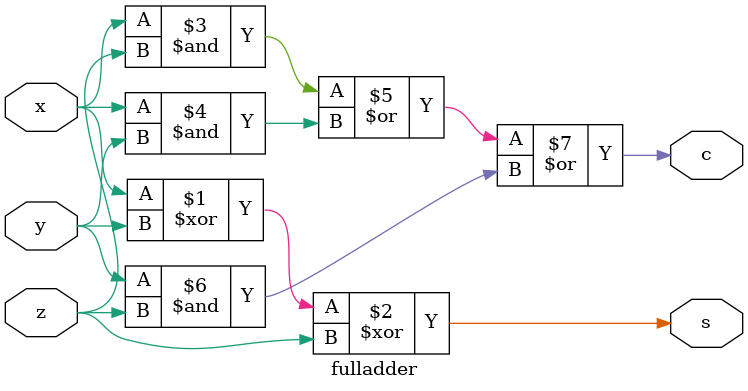
<source format=v>
module fulladder(
input x,
input y,
input z,
output s,
output c
);

wire w1,w2,w3;

assign s = x^y^z;
assign c = x&z | x&y | y&z ;

endmodule

</source>
